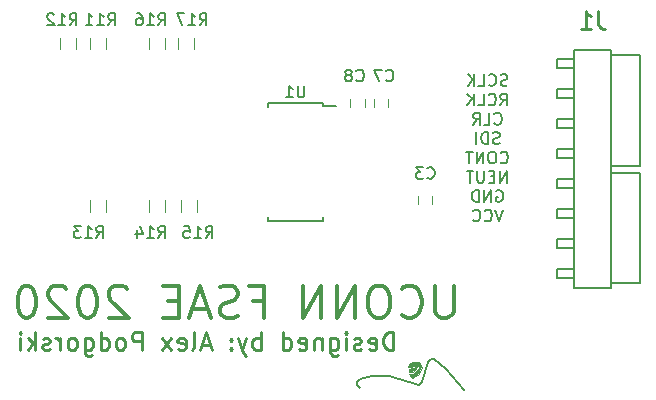
<source format=gbo>
G04 #@! TF.GenerationSoftware,KiCad,Pcbnew,(5.1.4)-1*
G04 #@! TF.CreationDate,2020-02-23T17:45:57-05:00*
G04 #@! TF.ProjectId,Dash_Warning_Panel,44617368-5f57-4617-926e-696e675f5061,rev?*
G04 #@! TF.SameCoordinates,Original*
G04 #@! TF.FileFunction,Legend,Bot*
G04 #@! TF.FilePolarity,Positive*
%FSLAX46Y46*%
G04 Gerber Fmt 4.6, Leading zero omitted, Abs format (unit mm)*
G04 Created by KiCad (PCBNEW (5.1.4)-1) date 2020-02-23 17:45:57*
%MOMM*%
%LPD*%
G04 APERTURE LIST*
%ADD10C,0.150000*%
%ADD11C,0.100000*%
%ADD12C,0.250000*%
%ADD13C,0.350000*%
%ADD14C,0.120000*%
%ADD15R,1.201600X0.501600*%
%ADD16R,4.101600X4.101600*%
%ADD17C,2.301600*%
%ADD18R,0.851600X0.901600*%
%ADD19O,2.701600X2.101600*%
%ADD20R,2.701600X2.101600*%
%ADD21R,1.001600X0.601600*%
G04 APERTURE END LIST*
D10*
X204235000Y-146435000D02*
X204445000Y-146675000D01*
X206275000Y-145615000D02*
X205445000Y-145675000D01*
D11*
G36*
X209475000Y-144445000D02*
G01*
X209745000Y-144905000D01*
X209465000Y-145445000D01*
X209055000Y-145765000D01*
X208885000Y-145775000D01*
X208585000Y-145505000D01*
X208995000Y-145495000D01*
X209325000Y-145185000D01*
X209475000Y-144985000D01*
X209535000Y-144795000D01*
X209265000Y-144765000D01*
X208555000Y-144865000D01*
X208705000Y-144575000D01*
X208995000Y-144425000D01*
X209475000Y-144445000D01*
G37*
X209475000Y-144445000D02*
X209745000Y-144905000D01*
X209465000Y-145445000D01*
X209055000Y-145765000D01*
X208885000Y-145775000D01*
X208585000Y-145505000D01*
X208995000Y-145495000D01*
X209325000Y-145185000D01*
X209475000Y-144985000D01*
X209535000Y-144795000D01*
X209265000Y-144765000D01*
X208555000Y-144865000D01*
X208705000Y-144575000D01*
X208995000Y-144425000D01*
X209475000Y-144445000D01*
G36*
X208965000Y-145335000D02*
G01*
X208595000Y-145325000D01*
X208585000Y-145045000D01*
X208965000Y-144955000D01*
X209335000Y-144915000D01*
X208965000Y-145335000D01*
G37*
X208965000Y-145335000D02*
X208595000Y-145325000D01*
X208585000Y-145045000D01*
X208965000Y-144955000D01*
X209335000Y-144915000D01*
X208965000Y-145335000D01*
D10*
X204195000Y-146175000D02*
X204235000Y-146435000D01*
X204445000Y-145925000D02*
X204195000Y-146175000D01*
X205445000Y-145675000D02*
X204445000Y-145925000D01*
X206945000Y-145675000D02*
X206275000Y-145615000D01*
X209445000Y-146425000D02*
X206945000Y-145675000D01*
X209695000Y-146175000D02*
X209445000Y-146425000D01*
X210195000Y-144425000D02*
X209695000Y-146175000D01*
X210445000Y-144175000D02*
X210195000Y-144425000D01*
X210695000Y-144175000D02*
X210445000Y-144175000D01*
X211765000Y-145055000D02*
X210695000Y-144175000D01*
X213315000Y-146795000D02*
X211755000Y-145045000D01*
D12*
X207285714Y-143428571D02*
X207285714Y-141928571D01*
X206928571Y-141928571D01*
X206714285Y-142000000D01*
X206571428Y-142142857D01*
X206500000Y-142285714D01*
X206428571Y-142571428D01*
X206428571Y-142785714D01*
X206500000Y-143071428D01*
X206571428Y-143214285D01*
X206714285Y-143357142D01*
X206928571Y-143428571D01*
X207285714Y-143428571D01*
X205214285Y-143357142D02*
X205357142Y-143428571D01*
X205642857Y-143428571D01*
X205785714Y-143357142D01*
X205857142Y-143214285D01*
X205857142Y-142642857D01*
X205785714Y-142500000D01*
X205642857Y-142428571D01*
X205357142Y-142428571D01*
X205214285Y-142500000D01*
X205142857Y-142642857D01*
X205142857Y-142785714D01*
X205857142Y-142928571D01*
X204571428Y-143357142D02*
X204428571Y-143428571D01*
X204142857Y-143428571D01*
X204000000Y-143357142D01*
X203928571Y-143214285D01*
X203928571Y-143142857D01*
X204000000Y-143000000D01*
X204142857Y-142928571D01*
X204357142Y-142928571D01*
X204500000Y-142857142D01*
X204571428Y-142714285D01*
X204571428Y-142642857D01*
X204500000Y-142500000D01*
X204357142Y-142428571D01*
X204142857Y-142428571D01*
X204000000Y-142500000D01*
X203285714Y-143428571D02*
X203285714Y-142428571D01*
X203285714Y-141928571D02*
X203357142Y-142000000D01*
X203285714Y-142071428D01*
X203214285Y-142000000D01*
X203285714Y-141928571D01*
X203285714Y-142071428D01*
X201928571Y-142428571D02*
X201928571Y-143642857D01*
X202000000Y-143785714D01*
X202071428Y-143857142D01*
X202214285Y-143928571D01*
X202428571Y-143928571D01*
X202571428Y-143857142D01*
X201928571Y-143357142D02*
X202071428Y-143428571D01*
X202357142Y-143428571D01*
X202500000Y-143357142D01*
X202571428Y-143285714D01*
X202642857Y-143142857D01*
X202642857Y-142714285D01*
X202571428Y-142571428D01*
X202500000Y-142500000D01*
X202357142Y-142428571D01*
X202071428Y-142428571D01*
X201928571Y-142500000D01*
X201214285Y-142428571D02*
X201214285Y-143428571D01*
X201214285Y-142571428D02*
X201142857Y-142500000D01*
X201000000Y-142428571D01*
X200785714Y-142428571D01*
X200642857Y-142500000D01*
X200571428Y-142642857D01*
X200571428Y-143428571D01*
X199285714Y-143357142D02*
X199428571Y-143428571D01*
X199714285Y-143428571D01*
X199857142Y-143357142D01*
X199928571Y-143214285D01*
X199928571Y-142642857D01*
X199857142Y-142500000D01*
X199714285Y-142428571D01*
X199428571Y-142428571D01*
X199285714Y-142500000D01*
X199214285Y-142642857D01*
X199214285Y-142785714D01*
X199928571Y-142928571D01*
X197928571Y-143428571D02*
X197928571Y-141928571D01*
X197928571Y-143357142D02*
X198071428Y-143428571D01*
X198357142Y-143428571D01*
X198500000Y-143357142D01*
X198571428Y-143285714D01*
X198642857Y-143142857D01*
X198642857Y-142714285D01*
X198571428Y-142571428D01*
X198500000Y-142500000D01*
X198357142Y-142428571D01*
X198071428Y-142428571D01*
X197928571Y-142500000D01*
X196071428Y-143428571D02*
X196071428Y-141928571D01*
X196071428Y-142500000D02*
X195928571Y-142428571D01*
X195642857Y-142428571D01*
X195500000Y-142500000D01*
X195428571Y-142571428D01*
X195357142Y-142714285D01*
X195357142Y-143142857D01*
X195428571Y-143285714D01*
X195500000Y-143357142D01*
X195642857Y-143428571D01*
X195928571Y-143428571D01*
X196071428Y-143357142D01*
X194857142Y-142428571D02*
X194500000Y-143428571D01*
X194142857Y-142428571D02*
X194500000Y-143428571D01*
X194642857Y-143785714D01*
X194714285Y-143857142D01*
X194857142Y-143928571D01*
X193571428Y-143285714D02*
X193500000Y-143357142D01*
X193571428Y-143428571D01*
X193642857Y-143357142D01*
X193571428Y-143285714D01*
X193571428Y-143428571D01*
X193571428Y-142500000D02*
X193500000Y-142571428D01*
X193571428Y-142642857D01*
X193642857Y-142571428D01*
X193571428Y-142500000D01*
X193571428Y-142642857D01*
X191785714Y-143000000D02*
X191071428Y-143000000D01*
X191928571Y-143428571D02*
X191428571Y-141928571D01*
X190928571Y-143428571D01*
X190214285Y-143428571D02*
X190357142Y-143357142D01*
X190428571Y-143214285D01*
X190428571Y-141928571D01*
X189071428Y-143357142D02*
X189214285Y-143428571D01*
X189500000Y-143428571D01*
X189642857Y-143357142D01*
X189714285Y-143214285D01*
X189714285Y-142642857D01*
X189642857Y-142500000D01*
X189500000Y-142428571D01*
X189214285Y-142428571D01*
X189071428Y-142500000D01*
X189000000Y-142642857D01*
X189000000Y-142785714D01*
X189714285Y-142928571D01*
X188500000Y-143428571D02*
X187714285Y-142428571D01*
X188500000Y-142428571D02*
X187714285Y-143428571D01*
X186000000Y-143428571D02*
X186000000Y-141928571D01*
X185428571Y-141928571D01*
X185285714Y-142000000D01*
X185214285Y-142071428D01*
X185142857Y-142214285D01*
X185142857Y-142428571D01*
X185214285Y-142571428D01*
X185285714Y-142642857D01*
X185428571Y-142714285D01*
X186000000Y-142714285D01*
X184285714Y-143428571D02*
X184428571Y-143357142D01*
X184500000Y-143285714D01*
X184571428Y-143142857D01*
X184571428Y-142714285D01*
X184500000Y-142571428D01*
X184428571Y-142500000D01*
X184285714Y-142428571D01*
X184071428Y-142428571D01*
X183928571Y-142500000D01*
X183857142Y-142571428D01*
X183785714Y-142714285D01*
X183785714Y-143142857D01*
X183857142Y-143285714D01*
X183928571Y-143357142D01*
X184071428Y-143428571D01*
X184285714Y-143428571D01*
X182500000Y-143428571D02*
X182500000Y-141928571D01*
X182500000Y-143357142D02*
X182642857Y-143428571D01*
X182928571Y-143428571D01*
X183071428Y-143357142D01*
X183142857Y-143285714D01*
X183214285Y-143142857D01*
X183214285Y-142714285D01*
X183142857Y-142571428D01*
X183071428Y-142500000D01*
X182928571Y-142428571D01*
X182642857Y-142428571D01*
X182500000Y-142500000D01*
X181142857Y-142428571D02*
X181142857Y-143642857D01*
X181214285Y-143785714D01*
X181285714Y-143857142D01*
X181428571Y-143928571D01*
X181642857Y-143928571D01*
X181785714Y-143857142D01*
X181142857Y-143357142D02*
X181285714Y-143428571D01*
X181571428Y-143428571D01*
X181714285Y-143357142D01*
X181785714Y-143285714D01*
X181857142Y-143142857D01*
X181857142Y-142714285D01*
X181785714Y-142571428D01*
X181714285Y-142500000D01*
X181571428Y-142428571D01*
X181285714Y-142428571D01*
X181142857Y-142500000D01*
X180214285Y-143428571D02*
X180357142Y-143357142D01*
X180428571Y-143285714D01*
X180500000Y-143142857D01*
X180500000Y-142714285D01*
X180428571Y-142571428D01*
X180357142Y-142500000D01*
X180214285Y-142428571D01*
X180000000Y-142428571D01*
X179857142Y-142500000D01*
X179785714Y-142571428D01*
X179714285Y-142714285D01*
X179714285Y-143142857D01*
X179785714Y-143285714D01*
X179857142Y-143357142D01*
X180000000Y-143428571D01*
X180214285Y-143428571D01*
X179071428Y-143428571D02*
X179071428Y-142428571D01*
X179071428Y-142714285D02*
X179000000Y-142571428D01*
X178928571Y-142500000D01*
X178785714Y-142428571D01*
X178642857Y-142428571D01*
X178214285Y-143357142D02*
X178071428Y-143428571D01*
X177785714Y-143428571D01*
X177642857Y-143357142D01*
X177571428Y-143214285D01*
X177571428Y-143142857D01*
X177642857Y-143000000D01*
X177785714Y-142928571D01*
X178000000Y-142928571D01*
X178142857Y-142857142D01*
X178214285Y-142714285D01*
X178214285Y-142642857D01*
X178142857Y-142500000D01*
X178000000Y-142428571D01*
X177785714Y-142428571D01*
X177642857Y-142500000D01*
X176928571Y-143428571D02*
X176928571Y-141928571D01*
X176785714Y-142857142D02*
X176357142Y-143428571D01*
X176357142Y-142428571D02*
X176928571Y-143000000D01*
X175714285Y-143428571D02*
X175714285Y-142428571D01*
X175714285Y-141928571D02*
X175785714Y-142000000D01*
X175714285Y-142071428D01*
X175642857Y-142000000D01*
X175714285Y-141928571D01*
X175714285Y-142071428D01*
D10*
X216940261Y-121038369D02*
X216798690Y-121085559D01*
X216562738Y-121085559D01*
X216468357Y-121038369D01*
X216421166Y-120991178D01*
X216373976Y-120896797D01*
X216373976Y-120802416D01*
X216421166Y-120708035D01*
X216468357Y-120660845D01*
X216562738Y-120613654D01*
X216751500Y-120566464D01*
X216845880Y-120519273D01*
X216893071Y-120472083D01*
X216940261Y-120377702D01*
X216940261Y-120283321D01*
X216893071Y-120188940D01*
X216845880Y-120141750D01*
X216751500Y-120094559D01*
X216515547Y-120094559D01*
X216373976Y-120141750D01*
X215382976Y-120991178D02*
X215430166Y-121038369D01*
X215571738Y-121085559D01*
X215666119Y-121085559D01*
X215807690Y-121038369D01*
X215902071Y-120943988D01*
X215949261Y-120849607D01*
X215996452Y-120660845D01*
X215996452Y-120519273D01*
X215949261Y-120330511D01*
X215902071Y-120236130D01*
X215807690Y-120141750D01*
X215666119Y-120094559D01*
X215571738Y-120094559D01*
X215430166Y-120141750D01*
X215382976Y-120188940D01*
X214486357Y-121085559D02*
X214958261Y-121085559D01*
X214958261Y-120094559D01*
X214156023Y-121085559D02*
X214156023Y-120094559D01*
X213589738Y-121085559D02*
X214014452Y-120519273D01*
X213589738Y-120094559D02*
X214156023Y-120660845D01*
X216350380Y-122722059D02*
X216680714Y-122250154D01*
X216916666Y-122722059D02*
X216916666Y-121731059D01*
X216539142Y-121731059D01*
X216444761Y-121778250D01*
X216397571Y-121825440D01*
X216350380Y-121919821D01*
X216350380Y-122061392D01*
X216397571Y-122155773D01*
X216444761Y-122202964D01*
X216539142Y-122250154D01*
X216916666Y-122250154D01*
X215359380Y-122627678D02*
X215406571Y-122674869D01*
X215548142Y-122722059D01*
X215642523Y-122722059D01*
X215784095Y-122674869D01*
X215878476Y-122580488D01*
X215925666Y-122486107D01*
X215972857Y-122297345D01*
X215972857Y-122155773D01*
X215925666Y-121967011D01*
X215878476Y-121872630D01*
X215784095Y-121778250D01*
X215642523Y-121731059D01*
X215548142Y-121731059D01*
X215406571Y-121778250D01*
X215359380Y-121825440D01*
X214462761Y-122722059D02*
X214934666Y-122722059D01*
X214934666Y-121731059D01*
X214132428Y-122722059D02*
X214132428Y-121731059D01*
X213566142Y-122722059D02*
X213990857Y-122155773D01*
X213566142Y-121731059D02*
X214132428Y-122297345D01*
X215854880Y-124264178D02*
X215902071Y-124311369D01*
X216043642Y-124358559D01*
X216138023Y-124358559D01*
X216279595Y-124311369D01*
X216373976Y-124216988D01*
X216421166Y-124122607D01*
X216468357Y-123933845D01*
X216468357Y-123792273D01*
X216421166Y-123603511D01*
X216373976Y-123509130D01*
X216279595Y-123414750D01*
X216138023Y-123367559D01*
X216043642Y-123367559D01*
X215902071Y-123414750D01*
X215854880Y-123461940D01*
X214958261Y-124358559D02*
X215430166Y-124358559D01*
X215430166Y-123367559D01*
X214061642Y-124358559D02*
X214391976Y-123886654D01*
X214627928Y-124358559D02*
X214627928Y-123367559D01*
X214250404Y-123367559D01*
X214156023Y-123414750D01*
X214108833Y-123461940D01*
X214061642Y-123556321D01*
X214061642Y-123697892D01*
X214108833Y-123792273D01*
X214156023Y-123839464D01*
X214250404Y-123886654D01*
X214627928Y-123886654D01*
X216279595Y-125947869D02*
X216138023Y-125995059D01*
X215902071Y-125995059D01*
X215807690Y-125947869D01*
X215760500Y-125900678D01*
X215713309Y-125806297D01*
X215713309Y-125711916D01*
X215760500Y-125617535D01*
X215807690Y-125570345D01*
X215902071Y-125523154D01*
X216090833Y-125475964D01*
X216185214Y-125428773D01*
X216232404Y-125381583D01*
X216279595Y-125287202D01*
X216279595Y-125192821D01*
X216232404Y-125098440D01*
X216185214Y-125051250D01*
X216090833Y-125004059D01*
X215854880Y-125004059D01*
X215713309Y-125051250D01*
X215288595Y-125995059D02*
X215288595Y-125004059D01*
X215052642Y-125004059D01*
X214911071Y-125051250D01*
X214816690Y-125145630D01*
X214769500Y-125240011D01*
X214722309Y-125428773D01*
X214722309Y-125570345D01*
X214769500Y-125759107D01*
X214816690Y-125853488D01*
X214911071Y-125947869D01*
X215052642Y-125995059D01*
X215288595Y-125995059D01*
X214297595Y-125995059D02*
X214297595Y-125004059D01*
X216373976Y-127537178D02*
X216421166Y-127584369D01*
X216562738Y-127631559D01*
X216657119Y-127631559D01*
X216798690Y-127584369D01*
X216893071Y-127489988D01*
X216940261Y-127395607D01*
X216987452Y-127206845D01*
X216987452Y-127065273D01*
X216940261Y-126876511D01*
X216893071Y-126782130D01*
X216798690Y-126687750D01*
X216657119Y-126640559D01*
X216562738Y-126640559D01*
X216421166Y-126687750D01*
X216373976Y-126734940D01*
X215760500Y-126640559D02*
X215571738Y-126640559D01*
X215477357Y-126687750D01*
X215382976Y-126782130D01*
X215335785Y-126970892D01*
X215335785Y-127301226D01*
X215382976Y-127489988D01*
X215477357Y-127584369D01*
X215571738Y-127631559D01*
X215760500Y-127631559D01*
X215854880Y-127584369D01*
X215949261Y-127489988D01*
X215996452Y-127301226D01*
X215996452Y-126970892D01*
X215949261Y-126782130D01*
X215854880Y-126687750D01*
X215760500Y-126640559D01*
X214911071Y-127631559D02*
X214911071Y-126640559D01*
X214344785Y-127631559D01*
X214344785Y-126640559D01*
X214014452Y-126640559D02*
X213448166Y-126640559D01*
X213731309Y-127631559D02*
X213731309Y-126640559D01*
X216893071Y-129268059D02*
X216893071Y-128277059D01*
X216326785Y-129268059D01*
X216326785Y-128277059D01*
X215854880Y-128748964D02*
X215524547Y-128748964D01*
X215382976Y-129268059D02*
X215854880Y-129268059D01*
X215854880Y-128277059D01*
X215382976Y-128277059D01*
X214958261Y-128277059D02*
X214958261Y-129079297D01*
X214911071Y-129173678D01*
X214863880Y-129220869D01*
X214769500Y-129268059D01*
X214580738Y-129268059D01*
X214486357Y-129220869D01*
X214439166Y-129173678D01*
X214391976Y-129079297D01*
X214391976Y-128277059D01*
X214061642Y-128277059D02*
X213495357Y-128277059D01*
X213778500Y-129268059D02*
X213778500Y-128277059D01*
X216020047Y-129960750D02*
X216114428Y-129913559D01*
X216256000Y-129913559D01*
X216397571Y-129960750D01*
X216491952Y-130055130D01*
X216539142Y-130149511D01*
X216586333Y-130338273D01*
X216586333Y-130479845D01*
X216539142Y-130668607D01*
X216491952Y-130762988D01*
X216397571Y-130857369D01*
X216256000Y-130904559D01*
X216161619Y-130904559D01*
X216020047Y-130857369D01*
X215972857Y-130810178D01*
X215972857Y-130479845D01*
X216161619Y-130479845D01*
X215548142Y-130904559D02*
X215548142Y-129913559D01*
X214981857Y-130904559D01*
X214981857Y-129913559D01*
X214509952Y-130904559D02*
X214509952Y-129913559D01*
X214274000Y-129913559D01*
X214132428Y-129960750D01*
X214038047Y-130055130D01*
X213990857Y-130149511D01*
X213943666Y-130338273D01*
X213943666Y-130479845D01*
X213990857Y-130668607D01*
X214038047Y-130762988D01*
X214132428Y-130857369D01*
X214274000Y-130904559D01*
X214509952Y-130904559D01*
X216586333Y-131550059D02*
X216256000Y-132541059D01*
X215925666Y-131550059D01*
X215029047Y-132446678D02*
X215076238Y-132493869D01*
X215217809Y-132541059D01*
X215312190Y-132541059D01*
X215453761Y-132493869D01*
X215548142Y-132399488D01*
X215595333Y-132305107D01*
X215642523Y-132116345D01*
X215642523Y-131974773D01*
X215595333Y-131786011D01*
X215548142Y-131691630D01*
X215453761Y-131597250D01*
X215312190Y-131550059D01*
X215217809Y-131550059D01*
X215076238Y-131597250D01*
X215029047Y-131644440D01*
X214038047Y-132446678D02*
X214085238Y-132493869D01*
X214226809Y-132541059D01*
X214321190Y-132541059D01*
X214462761Y-132493869D01*
X214557142Y-132399488D01*
X214604333Y-132305107D01*
X214651523Y-132116345D01*
X214651523Y-131974773D01*
X214604333Y-131786011D01*
X214557142Y-131691630D01*
X214462761Y-131597250D01*
X214321190Y-131550059D01*
X214226809Y-131550059D01*
X214085238Y-131597250D01*
X214038047Y-131644440D01*
D13*
X212385714Y-138021428D02*
X212385714Y-140207142D01*
X212257142Y-140464285D01*
X212128571Y-140592857D01*
X211871428Y-140721428D01*
X211357142Y-140721428D01*
X211100000Y-140592857D01*
X210971428Y-140464285D01*
X210842857Y-140207142D01*
X210842857Y-138021428D01*
X208014285Y-140464285D02*
X208142857Y-140592857D01*
X208528571Y-140721428D01*
X208785714Y-140721428D01*
X209171428Y-140592857D01*
X209428571Y-140335714D01*
X209557142Y-140078571D01*
X209685714Y-139564285D01*
X209685714Y-139178571D01*
X209557142Y-138664285D01*
X209428571Y-138407142D01*
X209171428Y-138150000D01*
X208785714Y-138021428D01*
X208528571Y-138021428D01*
X208142857Y-138150000D01*
X208014285Y-138278571D01*
X206342857Y-138021428D02*
X205828571Y-138021428D01*
X205571428Y-138150000D01*
X205314285Y-138407142D01*
X205185714Y-138921428D01*
X205185714Y-139821428D01*
X205314285Y-140335714D01*
X205571428Y-140592857D01*
X205828571Y-140721428D01*
X206342857Y-140721428D01*
X206600000Y-140592857D01*
X206857142Y-140335714D01*
X206985714Y-139821428D01*
X206985714Y-138921428D01*
X206857142Y-138407142D01*
X206600000Y-138150000D01*
X206342857Y-138021428D01*
X204028571Y-140721428D02*
X204028571Y-138021428D01*
X202485714Y-140721428D01*
X202485714Y-138021428D01*
X201200000Y-140721428D02*
X201200000Y-138021428D01*
X199657142Y-140721428D01*
X199657142Y-138021428D01*
X195414285Y-139307142D02*
X196314285Y-139307142D01*
X196314285Y-140721428D02*
X196314285Y-138021428D01*
X195028571Y-138021428D01*
X194128571Y-140592857D02*
X193742857Y-140721428D01*
X193100000Y-140721428D01*
X192842857Y-140592857D01*
X192714285Y-140464285D01*
X192585714Y-140207142D01*
X192585714Y-139950000D01*
X192714285Y-139692857D01*
X192842857Y-139564285D01*
X193100000Y-139435714D01*
X193614285Y-139307142D01*
X193871428Y-139178571D01*
X194000000Y-139050000D01*
X194128571Y-138792857D01*
X194128571Y-138535714D01*
X194000000Y-138278571D01*
X193871428Y-138150000D01*
X193614285Y-138021428D01*
X192971428Y-138021428D01*
X192585714Y-138150000D01*
X191557142Y-139950000D02*
X190271428Y-139950000D01*
X191814285Y-140721428D02*
X190914285Y-138021428D01*
X190014285Y-140721428D01*
X189114285Y-139307142D02*
X188214285Y-139307142D01*
X187828571Y-140721428D02*
X189114285Y-140721428D01*
X189114285Y-138021428D01*
X187828571Y-138021428D01*
X184742857Y-138278571D02*
X184614285Y-138150000D01*
X184357142Y-138021428D01*
X183714285Y-138021428D01*
X183457142Y-138150000D01*
X183328571Y-138278571D01*
X183200000Y-138535714D01*
X183200000Y-138792857D01*
X183328571Y-139178571D01*
X184871428Y-140721428D01*
X183200000Y-140721428D01*
X181528571Y-138021428D02*
X181271428Y-138021428D01*
X181014285Y-138150000D01*
X180885714Y-138278571D01*
X180757142Y-138535714D01*
X180628571Y-139050000D01*
X180628571Y-139692857D01*
X180757142Y-140207142D01*
X180885714Y-140464285D01*
X181014285Y-140592857D01*
X181271428Y-140721428D01*
X181528571Y-140721428D01*
X181785714Y-140592857D01*
X181914285Y-140464285D01*
X182042857Y-140207142D01*
X182171428Y-139692857D01*
X182171428Y-139050000D01*
X182042857Y-138535714D01*
X181914285Y-138278571D01*
X181785714Y-138150000D01*
X181528571Y-138021428D01*
X179600000Y-138278571D02*
X179471428Y-138150000D01*
X179214285Y-138021428D01*
X178571428Y-138021428D01*
X178314285Y-138150000D01*
X178185714Y-138278571D01*
X178057142Y-138535714D01*
X178057142Y-138792857D01*
X178185714Y-139178571D01*
X179728571Y-140721428D01*
X178057142Y-140721428D01*
X176385714Y-138021428D02*
X176128571Y-138021428D01*
X175871428Y-138150000D01*
X175742857Y-138278571D01*
X175614285Y-138535714D01*
X175485714Y-139050000D01*
X175485714Y-139692857D01*
X175614285Y-140207142D01*
X175742857Y-140464285D01*
X175871428Y-140592857D01*
X176128571Y-140721428D01*
X176385714Y-140721428D01*
X176642857Y-140592857D01*
X176771428Y-140464285D01*
X176900000Y-140207142D01*
X177028571Y-139692857D01*
X177028571Y-139050000D01*
X176900000Y-138535714D01*
X176771428Y-138278571D01*
X176642857Y-138150000D01*
X176385714Y-138021428D01*
D10*
X201325000Y-122750000D02*
X202400000Y-122750000D01*
X201325000Y-132525800D02*
X196675000Y-132525800D01*
X201325000Y-122525000D02*
X196675000Y-122525000D01*
X201325000Y-132525800D02*
X201325000Y-132200800D01*
X196675000Y-132525800D02*
X196675000Y-132200800D01*
X196675000Y-122525000D02*
X196675000Y-122850000D01*
X201325000Y-122525000D02*
X201325000Y-122750000D01*
D14*
X210600000Y-131100000D02*
X210600000Y-130400000D01*
X209400000Y-130400000D02*
X209400000Y-131100000D01*
X205650000Y-122150000D02*
X205650000Y-122850000D01*
X206850000Y-122850000D02*
X206850000Y-122150000D01*
X204850000Y-122850000D02*
X204850000Y-122150000D01*
X203650000Y-122150000D02*
X203650000Y-122850000D01*
D10*
X222550000Y-138190000D02*
X222550000Y-118020000D01*
X222550000Y-118020000D02*
X225730000Y-118020000D01*
X225730000Y-138190000D02*
X225730000Y-118020000D01*
X222550000Y-138190000D02*
X225730000Y-138190000D01*
X221151000Y-137381000D02*
X222548000Y-137381000D01*
X221151000Y-136619000D02*
X222548000Y-136619000D01*
X221151000Y-137381000D02*
X221151000Y-136619000D01*
X221151000Y-134841000D02*
X222548000Y-134841000D01*
X221151000Y-134841000D02*
X221151000Y-134079000D01*
X221151000Y-134079000D02*
X222548000Y-134079000D01*
X221151000Y-132301000D02*
X221151000Y-131539000D01*
X221151000Y-132301000D02*
X222548000Y-132301000D01*
X221151000Y-131539000D02*
X222548000Y-131539000D01*
X221151000Y-129761000D02*
X222548000Y-129761000D01*
X221151000Y-129761000D02*
X221151000Y-128999000D01*
X221151000Y-128999000D02*
X222548000Y-128999000D01*
X221151000Y-127221000D02*
X222548000Y-127221000D01*
X221151000Y-127221000D02*
X221151000Y-126459000D01*
X221151000Y-126459000D02*
X222548000Y-126459000D01*
X221151000Y-123919000D02*
X222548000Y-123919000D01*
X221151000Y-124681000D02*
X222548000Y-124681000D01*
X221151000Y-124681000D02*
X221151000Y-123919000D01*
X221151000Y-122141000D02*
X221151000Y-121379000D01*
X221151000Y-122141000D02*
X222548000Y-122141000D01*
X221151000Y-121379000D02*
X222548000Y-121379000D01*
X221151000Y-118839000D02*
X222548000Y-118839000D01*
X221151000Y-119601000D02*
X221151000Y-118839000D01*
X221151000Y-119601000D02*
X222548000Y-119601000D01*
X225723000Y-137762000D02*
X228136000Y-137762000D01*
X228136000Y-137762000D02*
X228136000Y-128491000D01*
X228136000Y-128491000D02*
X225723000Y-128491000D01*
X225723000Y-127856000D02*
X228136000Y-127856000D01*
X228136000Y-127856000D02*
X228136000Y-118458000D01*
X228136000Y-118458000D02*
X225723000Y-118458000D01*
D14*
X182930000Y-118000000D02*
X182930000Y-117000000D01*
X181570000Y-117000000D02*
X181570000Y-118000000D01*
X179070000Y-117000000D02*
X179070000Y-118000000D01*
X180430000Y-118000000D02*
X180430000Y-117000000D01*
X181570000Y-130750000D02*
X181570000Y-131750000D01*
X182930000Y-131750000D02*
X182930000Y-130750000D01*
X187930000Y-131750000D02*
X187930000Y-130750000D01*
X186570000Y-130750000D02*
X186570000Y-131750000D01*
X190680000Y-131750000D02*
X190680000Y-130750000D01*
X189320000Y-130750000D02*
X189320000Y-131750000D01*
X187930000Y-118000000D02*
X187930000Y-117000000D01*
X186570000Y-117000000D02*
X186570000Y-118000000D01*
X189070000Y-117000000D02*
X189070000Y-118000000D01*
X190430000Y-118000000D02*
X190430000Y-117000000D01*
D10*
X199761904Y-121052380D02*
X199761904Y-121861904D01*
X199714285Y-121957142D01*
X199666666Y-122004761D01*
X199571428Y-122052380D01*
X199380952Y-122052380D01*
X199285714Y-122004761D01*
X199238095Y-121957142D01*
X199190476Y-121861904D01*
X199190476Y-121052380D01*
X198190476Y-122052380D02*
X198761904Y-122052380D01*
X198476190Y-122052380D02*
X198476190Y-121052380D01*
X198571428Y-121195238D01*
X198666666Y-121290476D01*
X198761904Y-121338095D01*
X210166666Y-128857142D02*
X210214285Y-128904761D01*
X210357142Y-128952380D01*
X210452380Y-128952380D01*
X210595238Y-128904761D01*
X210690476Y-128809523D01*
X210738095Y-128714285D01*
X210785714Y-128523809D01*
X210785714Y-128380952D01*
X210738095Y-128190476D01*
X210690476Y-128095238D01*
X210595238Y-128000000D01*
X210452380Y-127952380D01*
X210357142Y-127952380D01*
X210214285Y-128000000D01*
X210166666Y-128047619D01*
X209833333Y-127952380D02*
X209214285Y-127952380D01*
X209547619Y-128333333D01*
X209404761Y-128333333D01*
X209309523Y-128380952D01*
X209261904Y-128428571D01*
X209214285Y-128523809D01*
X209214285Y-128761904D01*
X209261904Y-128857142D01*
X209309523Y-128904761D01*
X209404761Y-128952380D01*
X209690476Y-128952380D01*
X209785714Y-128904761D01*
X209833333Y-128857142D01*
X206666666Y-120607142D02*
X206714285Y-120654761D01*
X206857142Y-120702380D01*
X206952380Y-120702380D01*
X207095238Y-120654761D01*
X207190476Y-120559523D01*
X207238095Y-120464285D01*
X207285714Y-120273809D01*
X207285714Y-120130952D01*
X207238095Y-119940476D01*
X207190476Y-119845238D01*
X207095238Y-119750000D01*
X206952380Y-119702380D01*
X206857142Y-119702380D01*
X206714285Y-119750000D01*
X206666666Y-119797619D01*
X206333333Y-119702380D02*
X205666666Y-119702380D01*
X206095238Y-120702380D01*
X204166666Y-120607142D02*
X204214285Y-120654761D01*
X204357142Y-120702380D01*
X204452380Y-120702380D01*
X204595238Y-120654761D01*
X204690476Y-120559523D01*
X204738095Y-120464285D01*
X204785714Y-120273809D01*
X204785714Y-120130952D01*
X204738095Y-119940476D01*
X204690476Y-119845238D01*
X204595238Y-119750000D01*
X204452380Y-119702380D01*
X204357142Y-119702380D01*
X204214285Y-119750000D01*
X204166666Y-119797619D01*
X203595238Y-120130952D02*
X203690476Y-120083333D01*
X203738095Y-120035714D01*
X203785714Y-119940476D01*
X203785714Y-119892857D01*
X203738095Y-119797619D01*
X203690476Y-119750000D01*
X203595238Y-119702380D01*
X203404761Y-119702380D01*
X203309523Y-119750000D01*
X203261904Y-119797619D01*
X203214285Y-119892857D01*
X203214285Y-119940476D01*
X203261904Y-120035714D01*
X203309523Y-120083333D01*
X203404761Y-120130952D01*
X203595238Y-120130952D01*
X203690476Y-120178571D01*
X203738095Y-120226190D01*
X203785714Y-120321428D01*
X203785714Y-120511904D01*
X203738095Y-120607142D01*
X203690476Y-120654761D01*
X203595238Y-120702380D01*
X203404761Y-120702380D01*
X203309523Y-120654761D01*
X203261904Y-120607142D01*
X203214285Y-120511904D01*
X203214285Y-120321428D01*
X203261904Y-120226190D01*
X203309523Y-120178571D01*
X203404761Y-120130952D01*
D12*
X224655000Y-114748571D02*
X224655000Y-115820000D01*
X224726428Y-116034285D01*
X224869285Y-116177142D01*
X225083571Y-116248571D01*
X225226428Y-116248571D01*
X223155000Y-116248571D02*
X224012142Y-116248571D01*
X223583571Y-116248571D02*
X223583571Y-114748571D01*
X223726428Y-114962857D01*
X223869285Y-115105714D01*
X224012142Y-115177142D01*
D10*
X183142857Y-115952380D02*
X183476190Y-115476190D01*
X183714285Y-115952380D02*
X183714285Y-114952380D01*
X183333333Y-114952380D01*
X183238095Y-115000000D01*
X183190476Y-115047619D01*
X183142857Y-115142857D01*
X183142857Y-115285714D01*
X183190476Y-115380952D01*
X183238095Y-115428571D01*
X183333333Y-115476190D01*
X183714285Y-115476190D01*
X182190476Y-115952380D02*
X182761904Y-115952380D01*
X182476190Y-115952380D02*
X182476190Y-114952380D01*
X182571428Y-115095238D01*
X182666666Y-115190476D01*
X182761904Y-115238095D01*
X181238095Y-115952380D02*
X181809523Y-115952380D01*
X181523809Y-115952380D02*
X181523809Y-114952380D01*
X181619047Y-115095238D01*
X181714285Y-115190476D01*
X181809523Y-115238095D01*
X179892857Y-115952380D02*
X180226190Y-115476190D01*
X180464285Y-115952380D02*
X180464285Y-114952380D01*
X180083333Y-114952380D01*
X179988095Y-115000000D01*
X179940476Y-115047619D01*
X179892857Y-115142857D01*
X179892857Y-115285714D01*
X179940476Y-115380952D01*
X179988095Y-115428571D01*
X180083333Y-115476190D01*
X180464285Y-115476190D01*
X178940476Y-115952380D02*
X179511904Y-115952380D01*
X179226190Y-115952380D02*
X179226190Y-114952380D01*
X179321428Y-115095238D01*
X179416666Y-115190476D01*
X179511904Y-115238095D01*
X178559523Y-115047619D02*
X178511904Y-115000000D01*
X178416666Y-114952380D01*
X178178571Y-114952380D01*
X178083333Y-115000000D01*
X178035714Y-115047619D01*
X177988095Y-115142857D01*
X177988095Y-115238095D01*
X178035714Y-115380952D01*
X178607142Y-115952380D01*
X177988095Y-115952380D01*
X182142857Y-133952380D02*
X182476190Y-133476190D01*
X182714285Y-133952380D02*
X182714285Y-132952380D01*
X182333333Y-132952380D01*
X182238095Y-133000000D01*
X182190476Y-133047619D01*
X182142857Y-133142857D01*
X182142857Y-133285714D01*
X182190476Y-133380952D01*
X182238095Y-133428571D01*
X182333333Y-133476190D01*
X182714285Y-133476190D01*
X181190476Y-133952380D02*
X181761904Y-133952380D01*
X181476190Y-133952380D02*
X181476190Y-132952380D01*
X181571428Y-133095238D01*
X181666666Y-133190476D01*
X181761904Y-133238095D01*
X180857142Y-132952380D02*
X180238095Y-132952380D01*
X180571428Y-133333333D01*
X180428571Y-133333333D01*
X180333333Y-133380952D01*
X180285714Y-133428571D01*
X180238095Y-133523809D01*
X180238095Y-133761904D01*
X180285714Y-133857142D01*
X180333333Y-133904761D01*
X180428571Y-133952380D01*
X180714285Y-133952380D01*
X180809523Y-133904761D01*
X180857142Y-133857142D01*
X187392857Y-133952380D02*
X187726190Y-133476190D01*
X187964285Y-133952380D02*
X187964285Y-132952380D01*
X187583333Y-132952380D01*
X187488095Y-133000000D01*
X187440476Y-133047619D01*
X187392857Y-133142857D01*
X187392857Y-133285714D01*
X187440476Y-133380952D01*
X187488095Y-133428571D01*
X187583333Y-133476190D01*
X187964285Y-133476190D01*
X186440476Y-133952380D02*
X187011904Y-133952380D01*
X186726190Y-133952380D02*
X186726190Y-132952380D01*
X186821428Y-133095238D01*
X186916666Y-133190476D01*
X187011904Y-133238095D01*
X185583333Y-133285714D02*
X185583333Y-133952380D01*
X185821428Y-132904761D02*
X186059523Y-133619047D01*
X185440476Y-133619047D01*
X191392857Y-133952380D02*
X191726190Y-133476190D01*
X191964285Y-133952380D02*
X191964285Y-132952380D01*
X191583333Y-132952380D01*
X191488095Y-133000000D01*
X191440476Y-133047619D01*
X191392857Y-133142857D01*
X191392857Y-133285714D01*
X191440476Y-133380952D01*
X191488095Y-133428571D01*
X191583333Y-133476190D01*
X191964285Y-133476190D01*
X190440476Y-133952380D02*
X191011904Y-133952380D01*
X190726190Y-133952380D02*
X190726190Y-132952380D01*
X190821428Y-133095238D01*
X190916666Y-133190476D01*
X191011904Y-133238095D01*
X189535714Y-132952380D02*
X190011904Y-132952380D01*
X190059523Y-133428571D01*
X190011904Y-133380952D01*
X189916666Y-133333333D01*
X189678571Y-133333333D01*
X189583333Y-133380952D01*
X189535714Y-133428571D01*
X189488095Y-133523809D01*
X189488095Y-133761904D01*
X189535714Y-133857142D01*
X189583333Y-133904761D01*
X189678571Y-133952380D01*
X189916666Y-133952380D01*
X190011904Y-133904761D01*
X190059523Y-133857142D01*
X187392857Y-115952380D02*
X187726190Y-115476190D01*
X187964285Y-115952380D02*
X187964285Y-114952380D01*
X187583333Y-114952380D01*
X187488095Y-115000000D01*
X187440476Y-115047619D01*
X187392857Y-115142857D01*
X187392857Y-115285714D01*
X187440476Y-115380952D01*
X187488095Y-115428571D01*
X187583333Y-115476190D01*
X187964285Y-115476190D01*
X186440476Y-115952380D02*
X187011904Y-115952380D01*
X186726190Y-115952380D02*
X186726190Y-114952380D01*
X186821428Y-115095238D01*
X186916666Y-115190476D01*
X187011904Y-115238095D01*
X185583333Y-114952380D02*
X185773809Y-114952380D01*
X185869047Y-115000000D01*
X185916666Y-115047619D01*
X186011904Y-115190476D01*
X186059523Y-115380952D01*
X186059523Y-115761904D01*
X186011904Y-115857142D01*
X185964285Y-115904761D01*
X185869047Y-115952380D01*
X185678571Y-115952380D01*
X185583333Y-115904761D01*
X185535714Y-115857142D01*
X185488095Y-115761904D01*
X185488095Y-115523809D01*
X185535714Y-115428571D01*
X185583333Y-115380952D01*
X185678571Y-115333333D01*
X185869047Y-115333333D01*
X185964285Y-115380952D01*
X186011904Y-115428571D01*
X186059523Y-115523809D01*
X190892857Y-115952380D02*
X191226190Y-115476190D01*
X191464285Y-115952380D02*
X191464285Y-114952380D01*
X191083333Y-114952380D01*
X190988095Y-115000000D01*
X190940476Y-115047619D01*
X190892857Y-115142857D01*
X190892857Y-115285714D01*
X190940476Y-115380952D01*
X190988095Y-115428571D01*
X191083333Y-115476190D01*
X191464285Y-115476190D01*
X189940476Y-115952380D02*
X190511904Y-115952380D01*
X190226190Y-115952380D02*
X190226190Y-114952380D01*
X190321428Y-115095238D01*
X190416666Y-115190476D01*
X190511904Y-115238095D01*
X189607142Y-114952380D02*
X188940476Y-114952380D01*
X189369047Y-115952380D01*
%LPC*%
D15*
X196150000Y-123275000D03*
X196150000Y-123925000D03*
X196150000Y-124575000D03*
X196150000Y-125225000D03*
X196150000Y-125875000D03*
X196150000Y-126525000D03*
X196150000Y-127175000D03*
X196150000Y-127825000D03*
X196150000Y-128475000D03*
X196150000Y-129125000D03*
X196150000Y-129775000D03*
X196150000Y-130425000D03*
X196150000Y-131075000D03*
X196150000Y-131725000D03*
X201850000Y-131725000D03*
X201850000Y-131075000D03*
X201850000Y-130425000D03*
X201850000Y-129775000D03*
X201850000Y-129125000D03*
X201850000Y-128475000D03*
X201850000Y-127825000D03*
X201850000Y-127175000D03*
X201850000Y-126525000D03*
X201850000Y-125875000D03*
X201850000Y-125225000D03*
X201850000Y-124575000D03*
X201850000Y-123925000D03*
X201850000Y-123275000D03*
D16*
X199000000Y-125595000D03*
X199000000Y-129405000D03*
D17*
X216000000Y-116000000D03*
X172000000Y-116000000D03*
X216000000Y-140000000D03*
X172000000Y-140000000D03*
D18*
X210000000Y-131500000D03*
X210000000Y-130000000D03*
X206250000Y-121750000D03*
X206250000Y-123250000D03*
X204250000Y-123250000D03*
X204250000Y-121750000D03*
D19*
X219500000Y-119220000D03*
X219500000Y-121760000D03*
X219500000Y-124300000D03*
X219500000Y-126840000D03*
X219500000Y-129380000D03*
X219500000Y-131920000D03*
X219500000Y-134460000D03*
D20*
X219500000Y-137000000D03*
D21*
X182250000Y-116750000D03*
X182250000Y-118250000D03*
X179750000Y-118250000D03*
X179750000Y-116750000D03*
X182250000Y-132000000D03*
X182250000Y-130500000D03*
X187250000Y-130500000D03*
X187250000Y-132000000D03*
X190000000Y-130500000D03*
X190000000Y-132000000D03*
X187250000Y-116750000D03*
X187250000Y-118250000D03*
X189750000Y-118250000D03*
X189750000Y-116750000D03*
M02*

</source>
